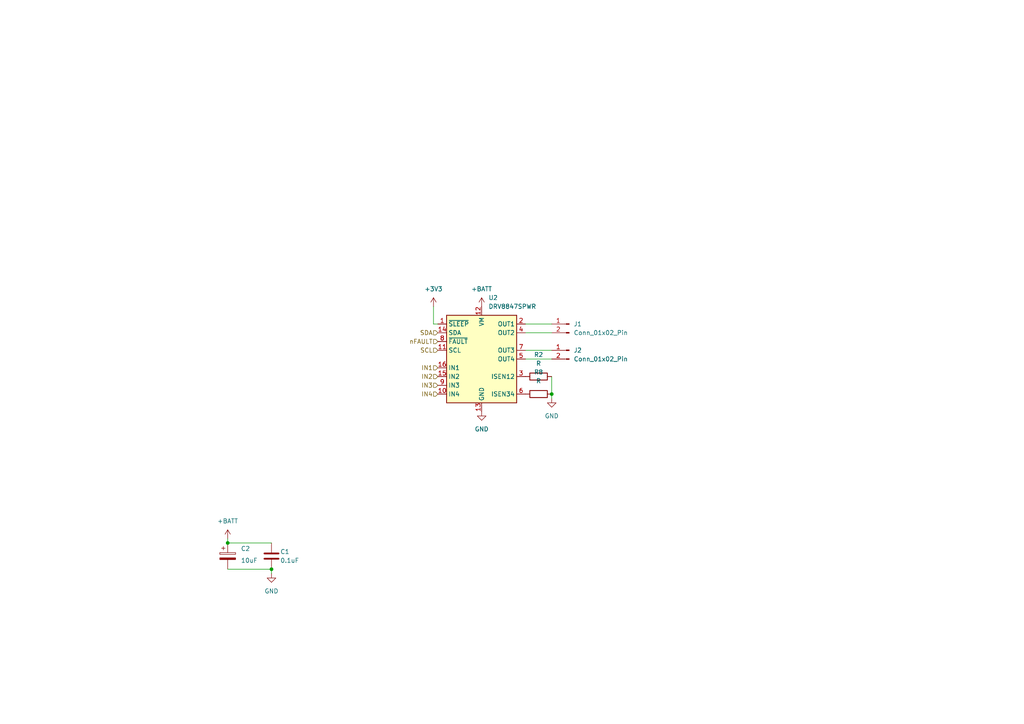
<source format=kicad_sch>
(kicad_sch (version 20231120) (generator "eeschema") (generator_version "7.99")
  (paper "A4")
  (title_block (title "HapticDriver") (rev "v0.1"))
  (lib_symbols
    (symbol "Connector:Conn_01x02_Pin" (pin_names (offset 1.016) hide)
      (property "Reference" "J" (at 0 2.54 0))
      (property "Value" "Conn_01x02_Pin" (at 0 -5.08 0))
      (symbol "Conn_01x02_Pin_1_1"
        (polyline (pts (xy 1.27 -2.54) (xy 0.8636 -2.54)) (stroke (width 0.1524)))
        (polyline (pts (xy 1.27 0) (xy 0.8636 0)) (stroke (width 0.1524)))
        (rectangle (start 0.8636 -2.413) (end 0 -2.667) (stroke (width 0.1524)) (fill (type outline)))
        (rectangle (start 0.8636 0.127) (end 0 -0.127) (stroke (width 0.1524)) (fill (type outline)))
        (pin passive line (at 5.08 0 180) (length 3.81) (name "Pin_1") (number "1"))
        (pin passive line (at 5.08 -2.54 180) (length 3.81) (name "Pin_2") (number "2"))
      )
    )
    (symbol "Device:C" (pin_numbers hide) (pin_names (offset 0.254))
      (property "Reference" "C" (at 0.635 2.54 0))
      (property "Value" "C" (at 0.635 -2.54 0))
      (symbol "C_0_1"
        (polyline (pts (xy -2.032 -0.762) (xy 2.032 -0.762)) (stroke (width 0.508)))
        (polyline (pts (xy -2.032 0.762) (xy 2.032 0.762)) (stroke (width 0.508)))
      )
      (symbol "C_1_1"
        (pin passive line (at 0 3.81 270) (length 2.794) (name "~") (number "1"))
        (pin passive line (at 0 -3.81 90) (length 2.794) (name "~") (number "2"))
      )
    )
    (symbol "Device:C_Polarized" (pin_numbers hide) (pin_names (offset 0.254))
      (property "Reference" "C" (at 0.635 2.54 0))
      (property "Value" "C_Polarized" (at 0.635 -2.54 0))
      (symbol "C_Polarized_0_1"
        (rectangle (start -2.286 0.508) (end 2.286 1.016))
        (polyline (pts (xy -1.778 2.286) (xy -0.762 2.286)))
        (polyline (pts (xy -1.27 2.794) (xy -1.27 1.778)))
        (rectangle (start 2.286 -0.508) (end -2.286 -1.016) (fill (type outline)))
      )
      (symbol "C_Polarized_1_1"
        (pin passive line (at 0 3.81 270) (length 2.794) (name "~") (number "1"))
        (pin passive line (at 0 -3.81 90) (length 2.794) (name "~") (number "2"))
      )
    )
    (symbol "Device:R" (pin_numbers hide) (pin_names (offset 0))
      (property "Reference" "R" (at 2.032 0 90))
      (property "Value" "R" (at 0 0 90))
      (symbol "R_0_1"
        (rectangle (start -1.016 -2.54) (end 1.016 2.54) (stroke (width 0.254)))
      )
      (symbol "R_1_1"
        (pin passive line (at 0 3.81 270) (length 1.27) (name "~") (number "1"))
        (pin passive line (at 0 -3.81 90) (length 1.27) (name "~") (number "2"))
      )
    )
    (symbol "Driver_Motor:DRV8847SPWR"
      (property "Reference" "U" (at -8.89 13.97 0))
      (property "Value" "DRV8847SPWR" (at 8.89 13.97 0))
      (symbol "DRV8847SPWR_0_1"
        (rectangle (start -10.16 -12.7) (end 10.16 12.7) (stroke (width 0.254)) (fill (type background)))
      )
      (symbol "DRV8847SPWR_1_1"
        (pin input line (at -12.7 10.16 0) (length 2.54) (name "~{SLEEP}") (number "1"))
        (pin input line (at -12.7 -10.16 0) (length 2.54) (name "IN4") (number "10"))
        (pin input line (at -12.7 2.54 0) (length 2.54) (name "SCL") (number "11"))
        (pin power_in line (at 0 15.24 270) (length 2.54) (name "VM") (number "12"))
        (pin power_in line (at 0 -15.24 90) (length 2.54) (name "GND") (number "13"))
        (pin bidirectional line (at -12.7 7.62 0) (length 2.54) (name "SDA") (number "14"))
        (pin input line (at -12.7 -5.08 0) (length 2.54) (name "IN2") (number "15"))
        (pin input line (at -12.7 -2.54 0) (length 2.54) (name "IN1") (number "16"))
        (pin output line (at 12.7 10.16 180) (length 2.54) (name "OUT1") (number "2"))
        (pin passive line (at 12.7 -5.08 180) (length 2.54) (name "ISEN12") (number "3"))
        (pin output line (at 12.7 7.62 180) (length 2.54) (name "OUT2") (number "4"))
        (pin output line (at 12.7 0 180) (length 2.54) (name "OUT4") (number "5"))
        (pin passive line (at 12.7 -10.16 180) (length 2.54) (name "ISEN34") (number "6"))
        (pin output line (at 12.7 2.54 180) (length 2.54) (name "OUT3") (number "7"))
        (pin open_collector line (at -12.7 5.08 0) (length 2.54) (name "~{FAULT}") (number "8"))
        (pin input line (at -12.7 -7.62 0) (length 2.54) (name "IN3") (number "9"))
      )
    )
    (symbol "power:+3V3" (power) (pin_names (offset 0))
      (property "Value" "+3V3" (at 0 3.556 0))
      (symbol "+3V3_0_1"
        (polyline (pts (xy -0.762 1.27) (xy 0 2.54)))
        (polyline (pts (xy 0 0) (xy 0 2.54)))
        (polyline (pts (xy 0 2.54) (xy 0.762 1.27)))
      )
      (symbol "+3V3_1_1"
        (pin power_in line (at 0 0 90) (length 0) hide (name "+3V3") (number "1"))
      )
    )
    (symbol "power:+BATT" (power) (pin_names (offset 0))
      (property "Value" "+BATT" (at 0 3.556 0))
      (symbol "+BATT_0_1"
        (polyline (pts (xy -0.762 1.27) (xy 0 2.54)))
        (polyline (pts (xy 0 0) (xy 0 2.54)))
        (polyline (pts (xy 0 2.54) (xy 0.762 1.27)))
      )
      (symbol "+BATT_1_1"
        (pin power_in line (at 0 0 90) (length 0) hide (name "+BATT") (number "1"))
      )
    )
    (symbol "power:GND" (power) (pin_names (offset 0))
      (property "Value" "GND" (at 0 -3.81 0))
      (symbol "GND_0_1"
        (polyline (pts (xy 0 0) (xy 0 -1.27) (xy 1.27 -1.27) (xy 0 -2.54) (xy -1.27 -1.27) (xy 0 -1.27)))
      )
      (symbol "GND_1_1"
        (pin power_in line (at 0 0 270) (length 0) hide (name "GND") (number "1"))
      )
    )
  )
  (junction (at 160.02 114.3))
  (junction (at 78.74 165.1))
  (junction (at 66.04 157.48))
  (wire (pts (xy 125.73 93.98) (xy 127 93.98)))
  (wire (pts (xy 125.73 88.9) (xy 125.73 93.98)))
  (wire (pts (xy 160.02 114.3) (xy 160.02 115.57)))
  (wire (pts (xy 66.04 157.48) (xy 78.74 157.48)))
  (wire (pts (xy 160.02 109.22) (xy 160.02 114.3)))
  (wire (pts (xy 152.4 101.6) (xy 160.02 101.6)))
  (wire (pts (xy 152.4 93.98) (xy 160.02 93.98)))
  (wire (pts (xy 152.4 104.14) (xy 160.02 104.14)))
  (wire (pts (xy 66.04 156.21) (xy 66.04 157.48)))
  (wire (pts (xy 152.4 96.52) (xy 160.02 96.52)))
  (wire (pts (xy 78.74 166.37) (xy 78.74 165.1)))
  (wire (pts (xy 66.04 165.1) (xy 78.74 165.1)))
  (hierarchical_label "IN4" (shape input) (at 127 114.3 180))
  (hierarchical_label "nFAULT" (shape input) (at 127 99.06 180))
  (hierarchical_label "IN2" (shape input) (at 127 109.22 180))
  (hierarchical_label "SDA" (shape input) (at 127 96.52 180))
  (hierarchical_label "IN1" (shape input) (at 127 106.68 180))
  (hierarchical_label "SCL" (shape input) (at 127 101.6 180))
  (hierarchical_label "IN3" (shape input) (at 127 111.76 180))
  (symbol (lib_id "power:+3V3") (at 125.73 88.9 0) (unit 1)
    (property "Reference" "#PWR053" (effects (hide yes)))
    (property "Value" "+3V3" (at 125.73 83.82 0))
    (property "Description" "Power symbol creates a global label with name \"+3V3\"" (effects (hide yes)))
    (instances (project "HapticDriver" (path "" (reference "#PWR053") (unit 1)) (path "" (reference "#PWR054") (unit 1)) (path "" (reference "#PWR055") (unit 1)) (path "" (reference "#PWR056") (unit 1)) (path "" (reference "#PWR057") (unit 1)) (path "" (reference "#PWR058") (unit 1))))
  )
  (symbol (lib_id "power:+BATT") (at 139.7 88.9 0) (unit 1)
    (property "Reference" "#PWR07" (effects (hide yes)))
    (property "Value" "+BATT" (at 139.7 83.82 0))
    (instances (project "HapticDriver" (path "" (reference "#PWR07") (unit 1)) (path "" (reference "#PWR018") (unit 1)) (path "" (reference "#PWR022") (unit 1)) (path "" (reference "#PWR026") (unit 1)) (path "" (reference "#PWR030") (unit 1)) (path "" (reference "#PWR034") (unit 1))))
  )
  (symbol (lib_id "Connector:Conn_01x02_Pin") (at 165.1 101.6 0) (mirror y) (unit 1)
    (property "Reference" "J2" (at 166.37 101.6 0) (effects (justify right)))
    (property "Value" "Conn_01x02_Pin" (at 166.37 104.14 0) (effects (justify right)))
    (property "Footprint" "Connector_PinHeader_2.54mm:PinHeader_1x02_P2.54mm_Vertical" (effects (hide yes)))
    (instances (project "HapticDriver" (path "" (reference "J2") (unit 1)) (path "" (reference "J5") (unit 1)) (path "" (reference "J7") (unit 1)) (path "" (reference "J9") (unit 1)) (path "" (reference "J11") (unit 1)) (path "" (reference "J13") (unit 1))))
  )
  (symbol (lib_id "power:+BATT") (at 66.04 156.21 0) (unit 1)
    (property "Reference" "#PWR08" (effects (hide yes)))
    (property "Value" "+BATT" (at 66.04 151.13 0))
    (instances (project "HapticDriver" (path "" (reference "#PWR08") (unit 1)) (path "" (reference "#PWR016") (unit 1)) (path "" (reference "#PWR020") (unit 1)) (path "" (reference "#PWR024") (unit 1)) (path "" (reference "#PWR028") (unit 1)) (path "" (reference "#PWR032") (unit 1))))
  )
  (symbol (lib_id "Device:C") (at 78.74 161.29 0) (unit 1)
    (property "Reference" "C1" (at 81.28 160.0263 0) (effects (justify left)))
    (property "Value" "0.1uF" (at 81.28 162.5663 0) (effects (justify left)))
    (property "Footprint" "Capacitor_THT:C_Disc_D3.8mm_W2.6mm_P2.50mm" (effects (hide yes)))
    (instances (project "HapticDriver" (path "" (reference "C1") (unit 1)) (path "" (reference "C4") (unit 1)) (path "" (reference "C6") (unit 1)) (path "" (reference "C8") (unit 1)) (path "" (reference "C10") (unit 1)) (path "" (reference "C12") (unit 1))))
  )
  (symbol (lib_id "Device:R") (at 156.21 109.22 90) (unit 1)
    (property "Reference" "R2" (at 156.21 102.87 90))
    (property "Value" "R" (at 156.21 105.41 90))
    (property "Footprint" "Resistor_SMD:R_1210_3225Metric_Pad1.30x2.65mm_HandSolder" (effects (hide yes)))
    (instances (project "HapticDriver" (path "" (reference "R2") (unit 1)) (path "" (reference "R3") (unit 1)) (path "" (reference "R4") (unit 1)) (path "" (reference "R5") (unit 1)) (path "" (reference "R6") (unit 1)) (path "" (reference "R7") (unit 1))))
  )
  (symbol (lib_id "Connector:Conn_01x02_Pin") (at 165.1 93.98 0) (mirror y) (unit 1)
    (property "Reference" "J1" (at 166.37 93.98 0) (effects (justify right)))
    (property "Value" "Conn_01x02_Pin" (at 166.37 96.52 0) (effects (justify right)))
    (property "Footprint" "Connector_PinHeader_2.54mm:PinHeader_1x02_P2.54mm_Vertical" (effects (hide yes)))
    (instances (project "HapticDriver" (path "" (reference "J1") (unit 1)) (path "" (reference "J4") (unit 1)) (path "" (reference "J6") (unit 1)) (path "" (reference "J8") (unit 1)) (path "" (reference "J10") (unit 1)) (path "" (reference "J12") (unit 1))))
  )
  (symbol (lib_id "Device:R") (at 156.21 114.3 90) (unit 1)
    (property "Reference" "R8" (at 156.21 107.95 90))
    (property "Value" "R" (at 156.21 110.49 90))
    (property "Footprint" "Resistor_SMD:R_1210_3225Metric_Pad1.30x2.65mm_HandSolder" (effects (hide yes)))
    (instances (project "HapticDriver" (path "" (reference "R8") (unit 1)) (path "" (reference "R9") (unit 1)) (path "" (reference "R10") (unit 1)) (path "" (reference "R11") (unit 1)) (path "" (reference "R12") (unit 1)) (path "" (reference "R13") (unit 1))))
  )
  (symbol (lib_id "power:GND") (at 78.74 166.37 0) (unit 1)
    (property "Reference" "#PWR02" (effects (hide yes)))
    (property "Value" "GND" (at 78.74 171.45 0))
    (instances (project "HapticDriver" (path "" (reference "#PWR02") (unit 1)) (path "" (reference "#PWR017") (unit 1)) (path "" (reference "#PWR021") (unit 1)) (path "" (reference "#PWR025") (unit 1)) (path "" (reference "#PWR029") (unit 1)) (path "" (reference "#PWR033") (unit 1))))
  )
  (symbol (lib_id "power:GND") (at 160.02 115.57 0) (unit 1)
    (property "Reference" "#PWR036" (effects (hide yes)))
    (property "Value" "GND" (at 160.02 120.65 0))
    (instances (project "HapticDriver" (path "" (reference "#PWR036") (unit 1)) (path "" (reference "#PWR037") (unit 1)) (path "" (reference "#PWR038") (unit 1)) (path "" (reference "#PWR039") (unit 1)) (path "" (reference "#PWR040") (unit 1)) (path "" (reference "#PWR041") (unit 1))))
  )
  (symbol (lib_id "Device:C_Polarized") (at 66.04 161.29 0) (unit 1)
    (property "Reference" "C2" (at 69.85 159.131 0) (effects (justify left)))
    (property "Value" "10uF" (at 69.85 162.56 0) (effects (justify left)))
    (property "Footprint" "Capacitor_THT:CP_Radial_D5.0mm_P2.50mm" (effects (hide yes)))
    (instances (project "HapticDriver" (path "" (reference "C2") (unit 1)) (path "" (reference "C3") (unit 1)) (path "" (reference "C5") (unit 1)) (path "" (reference "C7") (unit 1)) (path "" (reference "C9") (unit 1)) (path "" (reference "C11") (unit 1))))
  )
  (symbol (lib_id "Driver_Motor:DRV8847SPWR") (at 139.7 104.14 0) (unit 1)
    (property "Reference" "U2" (at 141.6559 86.36 0) (effects (justify left)))
    (property "Value" "DRV8847SPWR" (at 141.6559 88.9 0) (effects (justify left)))
    (property "Footprint" "Package_SO:TSSOP-16_4.4x5mm_P0.65mm" (effects (hide yes)))
    (property "Datasheet" "https://www.ti.com/lit/ds/symlink/drv8847.pdf" (effects (hide yes)))
    (instances (project "HapticDriver" (path "" (reference "U2") (unit 1)) (path "" (reference "U6") (unit 1)) (path "" (reference "U7") (unit 1)) (path "" (reference "U8") (unit 1)) (path "" (reference "U9") (unit 1)) (path "" (reference "U10") (unit 1))))
  )
  (symbol (lib_id "power:GND") (at 139.7 119.38 0) (unit 1)
    (property "Reference" "#PWR01" (effects (hide yes)))
    (property "Value" "GND" (at 139.7 124.46 0))
    (instances (project "HapticDriver" (path "" (reference "#PWR01") (unit 1)) (path "" (reference "#PWR019") (unit 1)) (path "" (reference "#PWR023") (unit 1)) (path "" (reference "#PWR027") (unit 1)) (path "" (reference "#PWR031") (unit 1)) (path "" (reference "#PWR035") (unit 1))))
  )
)
</source>
